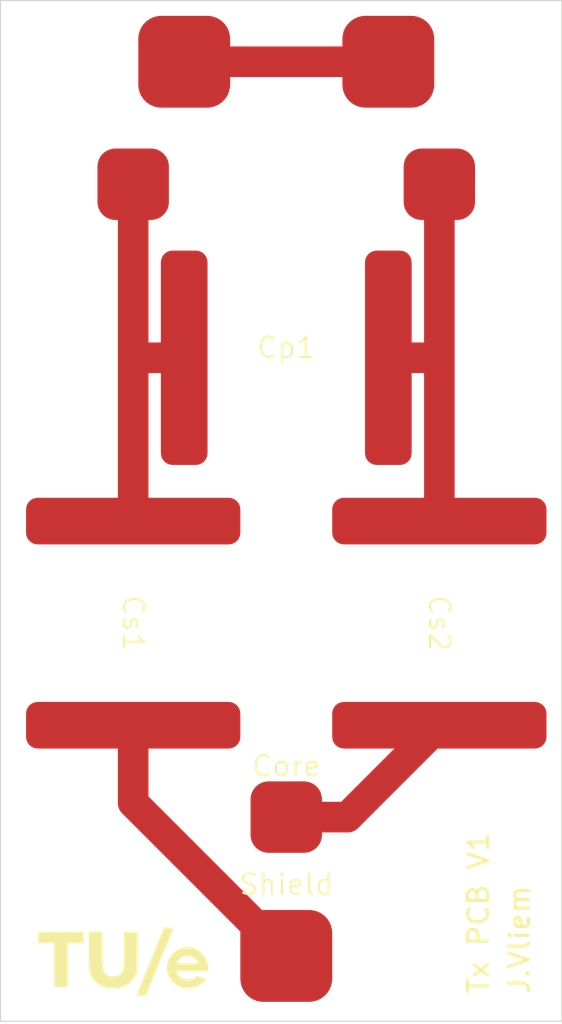
<source format=kicad_pcb>
(kicad_pcb (version 20240108) (generator "pcbnew") (generator_version "8.0")
  (layers (0 "F.Cu" signal) (31 "B.Cu" signal) (34 "B.Paste" user) (35 "F.Paste" user) (36 "B.SilkS" user "B.Silkscreen") (37 "F.SilkS" user "F.Silkscreen") (38 "B.Mask" user) (39 "F.Mask" user) (44 "Edge.Cuts" user))
  (net 0 "")
  (net 1 "GND")
  (net 2 "Earth")
  (net 3 "VDDA")
  (net 4 "VDD")
  (footprint "1_OwnComponentsLibrary:CoaxConnect1" (layer "F.Cu") (at 40 68.3)
    (property "Reference" "Shield" (at 0 -3.5 0) (layer "F.SilkS") (effects (font (thickness 0.1))))
    (property "Value" "~")
    (pad "1" smd roundrect (at 0 0) (size 4.5 4.5) (layers "F.Cu" "F.Paste" "F.Mask") (net 2 "Earth"))
  )
  (footprint "1_OwnComponentsLibrary:HighVoltageCapacitor" (layer "F.Cu") (at 32.5 52 -90)
    (property "Reference" "Cs1" (at 0 0 -90) (layer "F.SilkS") (effects (font (thickness 0.1))))
    (property "Value" "C")
    (pad "1" smd roundrect (at -5 0 90) (size 2.286 10.5) (layers "F.Cu" "F.Paste" "F.Mask") (net 1 "GND"))
    (pad "2" smd roundrect (at 5 0 270) (size 2.286 10.5) (layers "F.Cu" "F.Paste" "F.Mask") (net 2 "Earth"))
  )
  (footprint "LOGO" (layer "F.Cu") (at 32 68.563205)
    (property "Reference" "G***" (hide yes))
    (property "Value" "LOGO" (hide yes))
    (fp_poly (pts (xy -1.922162 -1.167027) (xy -1.922162 -0.882626) (xy -2.31444 -0.882626) (xy -2.706718 -0.882626) (xy -2.706718 0.186332) (xy -2.706718 1.255289) (xy -3.040155 1.255289) (xy -3.373591 1.255289) (xy -3.373591 0.186332) (xy -3.373591 -0.882626) (xy -3.765869 -0.882626) (xy -4.158147 -0.882626) (xy -4.158147 -1.167027) (xy -4.158147 -1.451429) (xy -3.040155 -1.451429) (xy -1.922162 -1.451429)) (fill solid) (layer "F.SilkS"))
    (fp_poly (pts (xy 2.465158 -1.583823) (xy 2.453937 -1.556439) (xy 2.429012 -1.495461) (xy 2.391496 -1.403613) (xy 2.342502 -1.283624) (xy 2.283142 -1.138219) (xy 2.21453 -0.970124) (xy 2.137778 -0.782067) (xy 2.053999 -0.576774) (xy 1.964307 -0.356972) (xy 1.869814 -0.125386) (xy 1.784646 0.083359) (xy 1.130468 1.686795) (xy 0.8886 1.686795) (xy 0.646732 1.686795) (xy 0.672797 1.62305) (xy 0.683976 1.595666) (xy 0.708857 1.534686) (xy 0.74633 1.442837) (xy 0.795281 1.322846) (xy 0.854599 1.177438) (xy 0.92317 1.00934) (xy 0.999883 0.82128) (xy 1.083625 0.615984) (xy 1.173285 0.396178) (xy 1.267749 0.164589) (xy 1.352884 -0.044132) (xy 2.006907 -1.647568) (xy 2.249199 -1.647568) (xy 2.491492 -1.647568)) (fill solid) (layer "F.SilkS"))
    (fp_poly (pts (xy -1.000309 -0.59919) (xy -0.999803 -0.377684) (xy -0.998323 -0.180227) (xy -0.995926 -0.009437) (xy -0.992669 0.13207) (xy -0.988611 0.241676) (xy -0.983809 0.316763) (xy -0.979484 0.350155) (xy -0.934792 0.477382) (xy -0.861791 0.58715) (xy -0.766482 0.67077) (xy -0.751754 0.679864) (xy -0.701319 0.707141) (xy -0.655536 0.723735) (xy -0.601822 0.73222) (xy -0.527593 0.735172) (xy -0.480541 0.73538) (xy -0.354323 0.728712) (xy -0.25561 0.70654) (xy -0.174529 0.665267) (xy -0.101211 0.6013) (xy -0.095405 0.595117) (xy -0.067443 0.565063) (xy -0.044001 0.537968) (xy -0.02466 0.510231) (xy -0.009 0.47825) (xy 0.003397 0.438425) (xy 0.012952 0.387156) (xy 0.020085 0.320842) (xy 0.025213 0.235882) (xy 0.028758 0.128676) (xy 0.031138 -0.004377) (xy 0.032772 -0.166878) (xy 0.034082 -0.362427) (xy 0.035052 -0.524672) (xy 0.040683 -1.451429) (xy 0.384393 -1.451429) (xy 0.728102 -1.451429) (xy 0.72063 -0.505058) (xy 0.718699 -0.281111) (xy 0.716654 -0.092873) (xy 0.714365 0.063171) (xy 0.711701 0.19054) (xy 0.708529 0.292751) (xy 0.704719 0.373323) (xy 0.700138 0.435771) (xy 0.694657 0.483614) (xy 0.688144 0.520369) (xy 0.681368 0.54662) (xy 0.603781 0.740507) (xy 0.496205 0.909476) (xy 0.359908 1.052312) (xy 0.196156 1.167799) (xy 0.00622 1.254722) (xy -0.088263 1.284416) (xy -0.195962 1.305704) (xy -0.32848 1.319598) (xy -0.472039 1.325728) (xy -0.612863 1.323722) (xy -0.737176 1.313206) (xy -0.794363 1.30348) (xy -0.984157 1.246028) (xy -1.15883 1.160612) (xy -1.312948 1.051157) (xy -1.44108 0.92159) (xy -1.537795 0.775836) (xy -1.545468 0.760646) (xy -1.57201 0.704958) (xy -1.594369 0.652398) (xy -1.612904 0.599109) (xy -1.627973 0.541231) (xy -1.639936 0.474906) (xy -1.649152 0.396276) (xy -1.655979 0.301481) (xy -1.660776 0.186665) (xy -1.663902 0.047968) (xy -1.665716 -0.118468) (xy -1.666577 -0.316502) (xy -1.666841 -0.544286) (xy -1.667182 -1.451429) (xy -1.333745 -1.451429) (xy -1.000309 -1.451429)) (fill solid) (layer "F.SilkS"))
    (fp_poly (pts (xy 3.34655 -0.672569) (xy 3.514841 -0.628887) (xy 3.669974 -0.552548) (xy 3.819211 -0.440661) (xy 3.853642 -0.409429) (xy 3.962596 -0.286347) (xy 4.052603 -0.142398) (xy 4.120266 0.013646) (xy 4.162192 0.173014) (xy 4.174986 0.326935) (xy 4.168627 0.404433) (xy 4.155743 0.490347) (xy 3.382196 0.490347) (xy 3.212331 0.490733) (xy 3.055365 0.491833) (xy 2.915478 0.493563) (xy 2.796853 0.495837) (xy 2.70367 0.49857) (xy 2.640111 0.501676) (xy 2.610358 0.505071) (xy 2.608649 0.506121) (xy 2.620109 0.53619) (xy 2.649601 0.585627) (xy 2.689787 0.643881) (xy 2.73333 0.700399) (xy 2.772893 0.744629) (xy 2.777634 0.74918) (xy 2.888356 0.826436) (xy 3.021193 0.874158) (xy 3.167645 0.890185) (xy 3.294904 0.882274) (xy 3.399369 0.855688) (xy 3.494731 0.806157) (xy 3.539886 0.774054) (xy 3.625998 0.708323) (xy 3.847941 0.797379) (xy 3.934066 0.832313) (xy 4.006073 0.862232) (xy 4.056602 0.884027) (xy 4.078292 0.89459) (xy 4.078443 0.894723) (xy 4.069354 0.911099) (xy 4.03772 0.947614) (xy 3.989556 0.997509) (xy 3.96859 1.018164) (xy 3.818547 1.137763) (xy 3.645646 1.230455) (xy 3.457352 1.294225) (xy 3.261125 1.327058) (xy 3.064429 1.326939) (xy 2.915294 1.302628) (xy 2.736484 1.240056) (xy 2.575497 1.145747) (xy 2.435438 1.024249) (xy 2.31941 0.880112) (xy 2.230514 0.717885) (xy 2.171855 0.542116) (xy 2.146536 0.357354) (xy 2.154738 0.187723) (xy 2.176064 0.098069) (xy 2.625752 0.098069) (xy 3.157838 0.098069) (xy 3.689923 0.098069) (xy 3.6446 0.017429) (xy 3.569067 -0.080415) (xy 3.459333 -0.168752) (xy 3.393205 -0.207993) (xy 3.34159 -0.22868) (xy 3.275498 -0.240342) (xy 3.184 -0.24469) (xy 3.157838 -0.244835) (xy 3.058843 -0.241947) (xy 2.987803 -0.232144) (xy 2.933789 -0.213714) (xy 2.922471 -0.207993) (xy 2.797408 -0.125966) (xy 2.704218 -0.032345) (xy 2.671075 0.017429) (xy 2.625752 0.098069) (xy 2.176064 0.098069) (xy 2.200527 -0.004776) (xy 2.281349 -0.182237) (xy 2.394952 -0.34028) (xy 2.462033 -0.409429) (xy 2.610941 -0.529946) (xy 2.764066 -0.614246) (xy 2.928669 -0.665221) (xy 3.112015 -0.685763) (xy 3.157838 -0.686487)) (fill solid) (layer "F.SilkS"))
  )
  (footprint "1_OwnComponentsLibrary:CoaxConnect1" (layer "F.Cu") (at 35 24.5)
    (property "Reference" "Shield" (hide yes))
    (property "Value" "~")
    (pad "1" smd roundrect (at 0 0) (size 4.5 4.5) (layers "F.Cu" "F.Paste" "F.Mask"))
  )
  (footprint "1_OwnComponentsLibrary:CoaxConnect1" (layer "F.Cu") (at 45 24.5)
    (property "Reference" "Shield" (hide yes))
    (property "Value" "~")
    (pad "1" smd roundrect (at 0 0) (size 4.5 4.5) (layers "F.Cu" "F.Paste" "F.Mask"))
  )
  (footprint "1_OwnComponentsLibrary:CoaxConnect2" (layer "F.Cu") (at 40 61.5)
    (property "Reference" "Core" (at 0 -2.5 0) (layer "F.SilkS") (effects (font (thickness 0.1))))
    (property "Value" "~")
    (pad "1" smd roundrect (at 0 0) (size 3.5 3.5) (layers "F.Cu" "F.Paste" "F.Mask") (net 4 "VDD"))
  )
  (footprint "1_OwnComponentsLibrary:HighVoltageCapacitor" (layer "F.Cu") (at 40 39)
    (property "Reference" "Cp1" (at 0 -0.5 0) (layer "F.SilkS") (effects (font (thickness 0.1))))
    (property "Value" "C")
    (pad "1" smd roundrect (at -5 0 180) (size 2.286 10.5) (layers "F.Cu" "F.Paste" "F.Mask") (net 1 "GND"))
    (pad "2" smd roundrect (at 5 0) (size 2.286 10.5) (layers "F.Cu" "F.Paste" "F.Mask") (net 3 "VDDA"))
  )
  (footprint "1_OwnComponentsLibrary:HighVoltageCapacitor" (layer "F.Cu") (at 47.5 52 -90)
    (property "Reference" "Cs2" (at 0 0 -90) (layer "F.SilkS") (effects (font (thickness 0.1))))
    (property "Value" "C")
    (pad "1" smd roundrect (at -5 0 90) (size 2.286 10.5) (layers "F.Cu" "F.Paste" "F.Mask") (net 3 "VDDA"))
    (pad "2" smd roundrect (at 5 0 270) (size 2.286 10.5) (layers "F.Cu" "F.Paste" "F.Mask") (net 4 "VDD"))
  )
  (footprint "1_OwnComponentsLibrary:CoaxConnect2" (layer "F.Cu") (at 47.5 30.5)
    (property "Reference" "U3" (hide yes))
    (property "Value" "~")
    (pad "1" smd roundrect (at 0 0) (size 3.5 3.5) (layers "F.Cu" "F.Paste" "F.Mask") (net 3 "VDDA"))
  )
  (footprint "1_OwnComponentsLibrary:CoaxConnect2" (layer "F.Cu") (at 32.5 30.5)
    (property "Reference" "U4" (hide yes))
    (property "Value" "~")
    (pad "1" smd roundrect (at 0 0) (size 3.5 3.5) (layers "F.Cu" "F.Paste" "F.Mask") (net 1 "GND"))
  )
  (gr_rect (start 26 21.5) (end 53.5 71.5) (stroke (width 0.05)) (fill none) (layer "Edge.Cuts"))
  (gr_text "J.Vliem" (at 52 70.25 90) (layer "F.SilkS") (effects (font (size 1 1)) (justify left bottom)))
  (gr_text "Tx PCB V1" (at 50 70.25 90) (layer "F.SilkS") (effects (font (size 1 1)) (justify left bottom)))
  (segment (start 35 24.5) (end 45 24.5) (width 1.5) (layer "F.Cu") (net 0))
  (segment (start 32.5 47) (end 32.5 39) (width 1.5) (layer "F.Cu") (net 1))
  (segment (start 35 39) (end 32.5 39) (width 1.5) (layer "F.Cu") (net 1))
  (segment (start 32.5 39) (end 32.5 30.5) (width 1.5) (layer "F.Cu") (net 1))
  (segment (start 32.5 60.8) (end 40 68.3) (width 1.5) (layer "F.Cu") (net 2))
  (segment (start 32.5 57) (end 32.5 60.8) (width 1.5) (layer "F.Cu") (net 2))
  (segment (start 45 39) (end 47.5 39) (width 1.5) (layer "F.Cu") (net 3))
  (segment (start 47.5 30.5) (end 47.5 39) (width 1.5) (layer "F.Cu") (net 3))
  (segment (start 47.5 39) (end 47.5 47) (width 1.5) (layer "F.Cu") (net 3))
  (segment (start 43 61.5) (end 47.5 57) (width 1.5) (layer "F.Cu") (net 4))
  (segment (start 40 61.5) (end 43 61.5) (width 1.5) (layer "F.Cu") (net 4))
)
</source>
